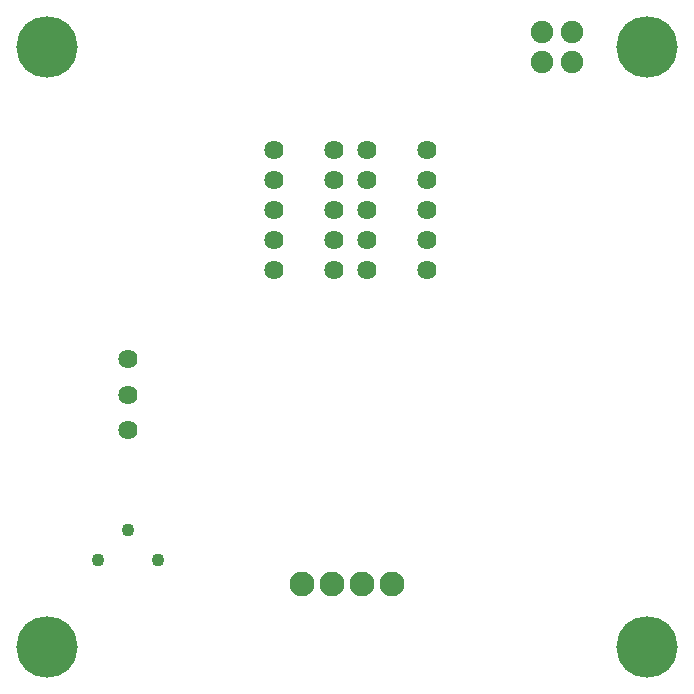
<source format=gbs>
G04 Layer: BottomSolderMaskLayer*
G04 Panelize: , Column: 2, Row: 2, Board Size: 58.42mm x 58.42mm, Panelized Board Size: 118.84mm x 118.84mm*
G04 EasyEDA v6.5.34, 2023-08-21 18:11:39*
G04 19270923be3647babfd756aece9be4b9,5a6b42c53f6a479593ecc07194224c93,10*
G04 Gerber Generator version 0.2*
G04 Scale: 100 percent, Rotated: No, Reflected: No *
G04 Dimensions in millimeters *
G04 leading zeros omitted , absolute positions ,4 integer and 5 decimal *
%FSLAX45Y45*%
%MOMM*%

%ADD10C,1.1016*%
%ADD11C,1.6256*%
%ADD12C,5.2032*%
%ADD13C,2.1016*%
%ADD14C,1.9016*%

%LPD*%
D10*
G01*
X1320800Y1117600D03*
G01*
X1066800Y1371600D03*
G01*
X812800Y1117600D03*
D11*
G01*
X3086100Y4584700D03*
G01*
X3086100Y4330700D03*
G01*
X3086100Y4076700D03*
G01*
X3086100Y3822700D03*
G01*
X3086100Y3568700D03*
G01*
X3594100Y3568700D03*
G01*
X3594100Y3822700D03*
G01*
X3594100Y4076700D03*
G01*
X3594100Y4330700D03*
G01*
X3594100Y4584700D03*
G01*
X2298700Y4584700D03*
G01*
X2298700Y4330700D03*
G01*
X2298700Y4076700D03*
G01*
X2298700Y3822700D03*
G01*
X2298700Y3568700D03*
G01*
X2806700Y3568700D03*
G01*
X2806700Y3822700D03*
G01*
X2806700Y4076700D03*
G01*
X2806700Y4330700D03*
G01*
X2806700Y4584700D03*
D12*
G01*
X381000Y5461000D03*
G01*
X5461000Y5461000D03*
G01*
X5461000Y381000D03*
G01*
X381000Y381000D03*
D13*
G01*
X3048000Y914400D03*
G01*
X2794000Y914400D03*
G01*
X2540000Y914400D03*
G01*
X3302000Y914400D03*
D14*
G01*
X4572000Y5588000D03*
G01*
X4572000Y5334000D03*
G01*
X4826000Y5334000D03*
G01*
X4826000Y5588000D03*
D11*
G01*
X1066800Y2814599D03*
G01*
X1066800Y2214600D03*
G01*
X1066800Y2514600D03*
M02*

</source>
